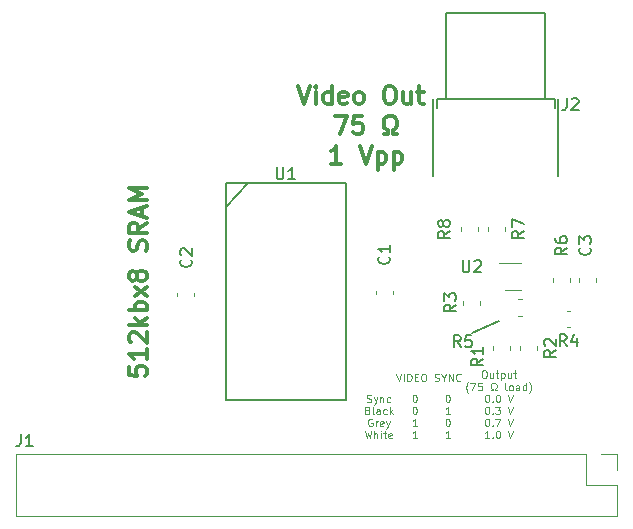
<source format=gbr>
G04 #@! TF.GenerationSoftware,KiCad,Pcbnew,(5.0.0-rc2-dev-321-g78161b592)*
G04 #@! TF.CreationDate,2018-04-15T21:01:50-04:00*
G04 #@! TF.ProjectId,VideoDACRAM,566964656F44414352414D2E6B696361,rev?*
G04 #@! TF.SameCoordinates,Original*
G04 #@! TF.FileFunction,Legend,Top*
G04 #@! TF.FilePolarity,Positive*
%FSLAX46Y46*%
G04 Gerber Fmt 4.6, Leading zero omitted, Abs format (unit mm)*
G04 Created by KiCad (PCBNEW (5.0.0-rc2-dev-321-g78161b592)) date 04/15/18 21:01:50*
%MOMM*%
%LPD*%
G01*
G04 APERTURE LIST*
%ADD10C,0.200000*%
%ADD11C,0.101600*%
%ADD12C,0.300000*%
%ADD13C,0.150000*%
%ADD14C,0.120000*%
G04 APERTURE END LIST*
D10*
X127508000Y-71882000D02*
X129794000Y-70866000D01*
D11*
X125445761Y-79154261D02*
X125506238Y-79154261D01*
X125566714Y-79184500D01*
X125596952Y-79214738D01*
X125627190Y-79275214D01*
X125657428Y-79396166D01*
X125657428Y-79547357D01*
X125627190Y-79668309D01*
X125596952Y-79728785D01*
X125566714Y-79759023D01*
X125506238Y-79789261D01*
X125445761Y-79789261D01*
X125385285Y-79759023D01*
X125355047Y-79728785D01*
X125324809Y-79668309D01*
X125294571Y-79547357D01*
X125294571Y-79396166D01*
X125324809Y-79275214D01*
X125355047Y-79214738D01*
X125385285Y-79184500D01*
X125445761Y-79154261D01*
X128796142Y-79154261D02*
X128856619Y-79154261D01*
X128917095Y-79184500D01*
X128947333Y-79214738D01*
X128977571Y-79275214D01*
X129007809Y-79396166D01*
X129007809Y-79547357D01*
X128977571Y-79668309D01*
X128947333Y-79728785D01*
X128917095Y-79759023D01*
X128856619Y-79789261D01*
X128796142Y-79789261D01*
X128735666Y-79759023D01*
X128705428Y-79728785D01*
X128675190Y-79668309D01*
X128644952Y-79547357D01*
X128644952Y-79396166D01*
X128675190Y-79275214D01*
X128705428Y-79214738D01*
X128735666Y-79184500D01*
X128796142Y-79154261D01*
X129279952Y-79728785D02*
X129310190Y-79759023D01*
X129279952Y-79789261D01*
X129249714Y-79759023D01*
X129279952Y-79728785D01*
X129279952Y-79789261D01*
X129521857Y-79154261D02*
X129945190Y-79154261D01*
X129673047Y-79789261D01*
X130580190Y-79154261D02*
X130791857Y-79789261D01*
X131003523Y-79154261D01*
X122863428Y-79789261D02*
X122500571Y-79789261D01*
X122682000Y-79789261D02*
X122682000Y-79154261D01*
X122621523Y-79244976D01*
X122561047Y-79305452D01*
X122500571Y-79335690D01*
X122863428Y-80805261D02*
X122500571Y-80805261D01*
X122682000Y-80805261D02*
X122682000Y-80170261D01*
X122621523Y-80260976D01*
X122561047Y-80321452D01*
X122500571Y-80351690D01*
X118469833Y-80170261D02*
X118621023Y-80805261D01*
X118741976Y-80351690D01*
X118862928Y-80805261D01*
X119014119Y-80170261D01*
X119256023Y-80805261D02*
X119256023Y-80170261D01*
X119528166Y-80805261D02*
X119528166Y-80472642D01*
X119497928Y-80412166D01*
X119437452Y-80381928D01*
X119346738Y-80381928D01*
X119286261Y-80412166D01*
X119256023Y-80442404D01*
X119830547Y-80805261D02*
X119830547Y-80381928D01*
X119830547Y-80170261D02*
X119800309Y-80200500D01*
X119830547Y-80230738D01*
X119860785Y-80200500D01*
X119830547Y-80170261D01*
X119830547Y-80230738D01*
X120042214Y-80381928D02*
X120284119Y-80381928D01*
X120132928Y-80170261D02*
X120132928Y-80714547D01*
X120163166Y-80775023D01*
X120223642Y-80805261D01*
X120284119Y-80805261D01*
X120737690Y-80775023D02*
X120677214Y-80805261D01*
X120556261Y-80805261D01*
X120495785Y-80775023D01*
X120465547Y-80714547D01*
X120465547Y-80472642D01*
X120495785Y-80412166D01*
X120556261Y-80381928D01*
X120677214Y-80381928D01*
X120737690Y-80412166D01*
X120767928Y-80472642D01*
X120767928Y-80533119D01*
X120465547Y-80593595D01*
X119089714Y-79184500D02*
X119029238Y-79154261D01*
X118938523Y-79154261D01*
X118847809Y-79184500D01*
X118787333Y-79244976D01*
X118757095Y-79305452D01*
X118726857Y-79426404D01*
X118726857Y-79517119D01*
X118757095Y-79638071D01*
X118787333Y-79698547D01*
X118847809Y-79759023D01*
X118938523Y-79789261D01*
X118999000Y-79789261D01*
X119089714Y-79759023D01*
X119119952Y-79728785D01*
X119119952Y-79517119D01*
X118999000Y-79517119D01*
X119392095Y-79789261D02*
X119392095Y-79365928D01*
X119392095Y-79486880D02*
X119422333Y-79426404D01*
X119452571Y-79396166D01*
X119513047Y-79365928D01*
X119573523Y-79365928D01*
X120027095Y-79759023D02*
X119966619Y-79789261D01*
X119845666Y-79789261D01*
X119785190Y-79759023D01*
X119754952Y-79698547D01*
X119754952Y-79456642D01*
X119785190Y-79396166D01*
X119845666Y-79365928D01*
X119966619Y-79365928D01*
X120027095Y-79396166D01*
X120057333Y-79456642D01*
X120057333Y-79517119D01*
X119754952Y-79577595D01*
X120269000Y-79365928D02*
X120420190Y-79789261D01*
X120571380Y-79365928D02*
X120420190Y-79789261D01*
X120359714Y-79940452D01*
X120329476Y-79970690D01*
X120269000Y-80000928D01*
X125657428Y-80805261D02*
X125294571Y-80805261D01*
X125476000Y-80805261D02*
X125476000Y-80170261D01*
X125415523Y-80260976D01*
X125355047Y-80321452D01*
X125294571Y-80351690D01*
X129007809Y-80805261D02*
X128644952Y-80805261D01*
X128826380Y-80805261D02*
X128826380Y-80170261D01*
X128765904Y-80260976D01*
X128705428Y-80321452D01*
X128644952Y-80351690D01*
X129279952Y-80744785D02*
X129310190Y-80775023D01*
X129279952Y-80805261D01*
X129249714Y-80775023D01*
X129279952Y-80744785D01*
X129279952Y-80805261D01*
X129703285Y-80170261D02*
X129763761Y-80170261D01*
X129824238Y-80200500D01*
X129854476Y-80230738D01*
X129884714Y-80291214D01*
X129914952Y-80412166D01*
X129914952Y-80563357D01*
X129884714Y-80684309D01*
X129854476Y-80744785D01*
X129824238Y-80775023D01*
X129763761Y-80805261D01*
X129703285Y-80805261D01*
X129642809Y-80775023D01*
X129612571Y-80744785D01*
X129582333Y-80684309D01*
X129552095Y-80563357D01*
X129552095Y-80412166D01*
X129582333Y-80291214D01*
X129612571Y-80230738D01*
X129642809Y-80200500D01*
X129703285Y-80170261D01*
X130580190Y-80170261D02*
X130791857Y-80805261D01*
X131003523Y-80170261D01*
X125657428Y-78773261D02*
X125294571Y-78773261D01*
X125476000Y-78773261D02*
X125476000Y-78138261D01*
X125415523Y-78228976D01*
X125355047Y-78289452D01*
X125294571Y-78319690D01*
X128796142Y-78138261D02*
X128856619Y-78138261D01*
X128917095Y-78168500D01*
X128947333Y-78198738D01*
X128977571Y-78259214D01*
X129007809Y-78380166D01*
X129007809Y-78531357D01*
X128977571Y-78652309D01*
X128947333Y-78712785D01*
X128917095Y-78743023D01*
X128856619Y-78773261D01*
X128796142Y-78773261D01*
X128735666Y-78743023D01*
X128705428Y-78712785D01*
X128675190Y-78652309D01*
X128644952Y-78531357D01*
X128644952Y-78380166D01*
X128675190Y-78259214D01*
X128705428Y-78198738D01*
X128735666Y-78168500D01*
X128796142Y-78138261D01*
X129279952Y-78712785D02*
X129310190Y-78743023D01*
X129279952Y-78773261D01*
X129249714Y-78743023D01*
X129279952Y-78712785D01*
X129279952Y-78773261D01*
X129521857Y-78138261D02*
X129914952Y-78138261D01*
X129703285Y-78380166D01*
X129794000Y-78380166D01*
X129854476Y-78410404D01*
X129884714Y-78440642D01*
X129914952Y-78501119D01*
X129914952Y-78652309D01*
X129884714Y-78712785D01*
X129854476Y-78743023D01*
X129794000Y-78773261D01*
X129612571Y-78773261D01*
X129552095Y-78743023D01*
X129521857Y-78712785D01*
X130580190Y-78138261D02*
X130791857Y-78773261D01*
X131003523Y-78138261D01*
X122651761Y-78138261D02*
X122712238Y-78138261D01*
X122772714Y-78168500D01*
X122802952Y-78198738D01*
X122833190Y-78259214D01*
X122863428Y-78380166D01*
X122863428Y-78531357D01*
X122833190Y-78652309D01*
X122802952Y-78712785D01*
X122772714Y-78743023D01*
X122712238Y-78773261D01*
X122651761Y-78773261D01*
X122591285Y-78743023D01*
X122561047Y-78712785D01*
X122530809Y-78652309D01*
X122500571Y-78531357D01*
X122500571Y-78380166D01*
X122530809Y-78259214D01*
X122561047Y-78198738D01*
X122591285Y-78168500D01*
X122651761Y-78138261D01*
X118696619Y-78440642D02*
X118787333Y-78470880D01*
X118817571Y-78501119D01*
X118847809Y-78561595D01*
X118847809Y-78652309D01*
X118817571Y-78712785D01*
X118787333Y-78743023D01*
X118726857Y-78773261D01*
X118484952Y-78773261D01*
X118484952Y-78138261D01*
X118696619Y-78138261D01*
X118757095Y-78168500D01*
X118787333Y-78198738D01*
X118817571Y-78259214D01*
X118817571Y-78319690D01*
X118787333Y-78380166D01*
X118757095Y-78410404D01*
X118696619Y-78440642D01*
X118484952Y-78440642D01*
X119210666Y-78773261D02*
X119150190Y-78743023D01*
X119119952Y-78682547D01*
X119119952Y-78138261D01*
X119724714Y-78773261D02*
X119724714Y-78440642D01*
X119694476Y-78380166D01*
X119634000Y-78349928D01*
X119513047Y-78349928D01*
X119452571Y-78380166D01*
X119724714Y-78743023D02*
X119664238Y-78773261D01*
X119513047Y-78773261D01*
X119452571Y-78743023D01*
X119422333Y-78682547D01*
X119422333Y-78622071D01*
X119452571Y-78561595D01*
X119513047Y-78531357D01*
X119664238Y-78531357D01*
X119724714Y-78501119D01*
X120299238Y-78743023D02*
X120238761Y-78773261D01*
X120117809Y-78773261D01*
X120057333Y-78743023D01*
X120027095Y-78712785D01*
X119996857Y-78652309D01*
X119996857Y-78470880D01*
X120027095Y-78410404D01*
X120057333Y-78380166D01*
X120117809Y-78349928D01*
X120238761Y-78349928D01*
X120299238Y-78380166D01*
X120571380Y-78773261D02*
X120571380Y-78138261D01*
X120631857Y-78531357D02*
X120813285Y-78773261D01*
X120813285Y-78349928D02*
X120571380Y-78591833D01*
X128796142Y-77122261D02*
X128856619Y-77122261D01*
X128917095Y-77152500D01*
X128947333Y-77182738D01*
X128977571Y-77243214D01*
X129007809Y-77364166D01*
X129007809Y-77515357D01*
X128977571Y-77636309D01*
X128947333Y-77696785D01*
X128917095Y-77727023D01*
X128856619Y-77757261D01*
X128796142Y-77757261D01*
X128735666Y-77727023D01*
X128705428Y-77696785D01*
X128675190Y-77636309D01*
X128644952Y-77515357D01*
X128644952Y-77364166D01*
X128675190Y-77243214D01*
X128705428Y-77182738D01*
X128735666Y-77152500D01*
X128796142Y-77122261D01*
X129279952Y-77696785D02*
X129310190Y-77727023D01*
X129279952Y-77757261D01*
X129249714Y-77727023D01*
X129279952Y-77696785D01*
X129279952Y-77757261D01*
X129703285Y-77122261D02*
X129763761Y-77122261D01*
X129824238Y-77152500D01*
X129854476Y-77182738D01*
X129884714Y-77243214D01*
X129914952Y-77364166D01*
X129914952Y-77515357D01*
X129884714Y-77636309D01*
X129854476Y-77696785D01*
X129824238Y-77727023D01*
X129763761Y-77757261D01*
X129703285Y-77757261D01*
X129642809Y-77727023D01*
X129612571Y-77696785D01*
X129582333Y-77636309D01*
X129552095Y-77515357D01*
X129552095Y-77364166D01*
X129582333Y-77243214D01*
X129612571Y-77182738D01*
X129642809Y-77152500D01*
X129703285Y-77122261D01*
X130580190Y-77122261D02*
X130791857Y-77757261D01*
X131003523Y-77122261D01*
X125445761Y-77122261D02*
X125506238Y-77122261D01*
X125566714Y-77152500D01*
X125596952Y-77182738D01*
X125627190Y-77243214D01*
X125657428Y-77364166D01*
X125657428Y-77515357D01*
X125627190Y-77636309D01*
X125596952Y-77696785D01*
X125566714Y-77727023D01*
X125506238Y-77757261D01*
X125445761Y-77757261D01*
X125385285Y-77727023D01*
X125355047Y-77696785D01*
X125324809Y-77636309D01*
X125294571Y-77515357D01*
X125294571Y-77364166D01*
X125324809Y-77243214D01*
X125355047Y-77182738D01*
X125385285Y-77152500D01*
X125445761Y-77122261D01*
X122651761Y-77122261D02*
X122712238Y-77122261D01*
X122772714Y-77152500D01*
X122802952Y-77182738D01*
X122833190Y-77243214D01*
X122863428Y-77364166D01*
X122863428Y-77515357D01*
X122833190Y-77636309D01*
X122802952Y-77696785D01*
X122772714Y-77727023D01*
X122712238Y-77757261D01*
X122651761Y-77757261D01*
X122591285Y-77727023D01*
X122561047Y-77696785D01*
X122530809Y-77636309D01*
X122500571Y-77515357D01*
X122500571Y-77364166D01*
X122530809Y-77243214D01*
X122561047Y-77182738D01*
X122591285Y-77152500D01*
X122651761Y-77122261D01*
X118651261Y-77727023D02*
X118741976Y-77757261D01*
X118893166Y-77757261D01*
X118953642Y-77727023D01*
X118983880Y-77696785D01*
X119014119Y-77636309D01*
X119014119Y-77575833D01*
X118983880Y-77515357D01*
X118953642Y-77485119D01*
X118893166Y-77454880D01*
X118772214Y-77424642D01*
X118711738Y-77394404D01*
X118681500Y-77364166D01*
X118651261Y-77303690D01*
X118651261Y-77243214D01*
X118681500Y-77182738D01*
X118711738Y-77152500D01*
X118772214Y-77122261D01*
X118923404Y-77122261D01*
X119014119Y-77152500D01*
X119225785Y-77333928D02*
X119376976Y-77757261D01*
X119528166Y-77333928D02*
X119376976Y-77757261D01*
X119316500Y-77908452D01*
X119286261Y-77938690D01*
X119225785Y-77968928D01*
X119770071Y-77333928D02*
X119770071Y-77757261D01*
X119770071Y-77394404D02*
X119800309Y-77364166D01*
X119860785Y-77333928D01*
X119951500Y-77333928D01*
X120011976Y-77364166D01*
X120042214Y-77424642D01*
X120042214Y-77757261D01*
X120616738Y-77727023D02*
X120556261Y-77757261D01*
X120435309Y-77757261D01*
X120374833Y-77727023D01*
X120344595Y-77696785D01*
X120314357Y-77636309D01*
X120314357Y-77454880D01*
X120344595Y-77394404D01*
X120374833Y-77364166D01*
X120435309Y-77333928D01*
X120556261Y-77333928D01*
X120616738Y-77364166D01*
X128508880Y-75071211D02*
X128629833Y-75071211D01*
X128690309Y-75101450D01*
X128750785Y-75161926D01*
X128781023Y-75282878D01*
X128781023Y-75494545D01*
X128750785Y-75615497D01*
X128690309Y-75675973D01*
X128629833Y-75706211D01*
X128508880Y-75706211D01*
X128448404Y-75675973D01*
X128387928Y-75615497D01*
X128357690Y-75494545D01*
X128357690Y-75282878D01*
X128387928Y-75161926D01*
X128448404Y-75101450D01*
X128508880Y-75071211D01*
X129325309Y-75282878D02*
X129325309Y-75706211D01*
X129053166Y-75282878D02*
X129053166Y-75615497D01*
X129083404Y-75675973D01*
X129143880Y-75706211D01*
X129234595Y-75706211D01*
X129295071Y-75675973D01*
X129325309Y-75645735D01*
X129536976Y-75282878D02*
X129778880Y-75282878D01*
X129627690Y-75071211D02*
X129627690Y-75615497D01*
X129657928Y-75675973D01*
X129718404Y-75706211D01*
X129778880Y-75706211D01*
X129990547Y-75282878D02*
X129990547Y-75917878D01*
X129990547Y-75313116D02*
X130051023Y-75282878D01*
X130171976Y-75282878D01*
X130232452Y-75313116D01*
X130262690Y-75343354D01*
X130292928Y-75403830D01*
X130292928Y-75585259D01*
X130262690Y-75645735D01*
X130232452Y-75675973D01*
X130171976Y-75706211D01*
X130051023Y-75706211D01*
X129990547Y-75675973D01*
X130837214Y-75282878D02*
X130837214Y-75706211D01*
X130565071Y-75282878D02*
X130565071Y-75615497D01*
X130595309Y-75675973D01*
X130655785Y-75706211D01*
X130746500Y-75706211D01*
X130806976Y-75675973D01*
X130837214Y-75645735D01*
X131048880Y-75282878D02*
X131290785Y-75282878D01*
X131139595Y-75071211D02*
X131139595Y-75615497D01*
X131169833Y-75675973D01*
X131230309Y-75706211D01*
X131290785Y-75706211D01*
X127223761Y-77002216D02*
X127193523Y-76971978D01*
X127133047Y-76881264D01*
X127102809Y-76820788D01*
X127072571Y-76730073D01*
X127042333Y-76578883D01*
X127042333Y-76457930D01*
X127072571Y-76306740D01*
X127102809Y-76216026D01*
X127133047Y-76155550D01*
X127193523Y-76064835D01*
X127223761Y-76034597D01*
X127405190Y-76125311D02*
X127828523Y-76125311D01*
X127556380Y-76760311D01*
X128372809Y-76125311D02*
X128070428Y-76125311D01*
X128040190Y-76427692D01*
X128070428Y-76397454D01*
X128130904Y-76367216D01*
X128282095Y-76367216D01*
X128342571Y-76397454D01*
X128372809Y-76427692D01*
X128403047Y-76488169D01*
X128403047Y-76639359D01*
X128372809Y-76699835D01*
X128342571Y-76730073D01*
X128282095Y-76760311D01*
X128130904Y-76760311D01*
X128070428Y-76730073D01*
X128040190Y-76699835D01*
X129128761Y-76760311D02*
X129279952Y-76760311D01*
X129279952Y-76639359D01*
X129219476Y-76609121D01*
X129159000Y-76548645D01*
X129128761Y-76457930D01*
X129128761Y-76306740D01*
X129159000Y-76216026D01*
X129219476Y-76155550D01*
X129310190Y-76125311D01*
X129431142Y-76125311D01*
X129521857Y-76155550D01*
X129582333Y-76216026D01*
X129612571Y-76306740D01*
X129612571Y-76457930D01*
X129582333Y-76548645D01*
X129521857Y-76609121D01*
X129461380Y-76639359D01*
X129461380Y-76760311D01*
X129612571Y-76760311D01*
X130459238Y-76760311D02*
X130398761Y-76730073D01*
X130368523Y-76669597D01*
X130368523Y-76125311D01*
X130791857Y-76760311D02*
X130731380Y-76730073D01*
X130701142Y-76699835D01*
X130670904Y-76639359D01*
X130670904Y-76457930D01*
X130701142Y-76397454D01*
X130731380Y-76367216D01*
X130791857Y-76336978D01*
X130882571Y-76336978D01*
X130943047Y-76367216D01*
X130973285Y-76397454D01*
X131003523Y-76457930D01*
X131003523Y-76639359D01*
X130973285Y-76699835D01*
X130943047Y-76730073D01*
X130882571Y-76760311D01*
X130791857Y-76760311D01*
X131547809Y-76760311D02*
X131547809Y-76427692D01*
X131517571Y-76367216D01*
X131457095Y-76336978D01*
X131336142Y-76336978D01*
X131275666Y-76367216D01*
X131547809Y-76730073D02*
X131487333Y-76760311D01*
X131336142Y-76760311D01*
X131275666Y-76730073D01*
X131245428Y-76669597D01*
X131245428Y-76609121D01*
X131275666Y-76548645D01*
X131336142Y-76518407D01*
X131487333Y-76518407D01*
X131547809Y-76488169D01*
X132122333Y-76760311D02*
X132122333Y-76125311D01*
X132122333Y-76730073D02*
X132061857Y-76760311D01*
X131940904Y-76760311D01*
X131880428Y-76730073D01*
X131850190Y-76699835D01*
X131819952Y-76639359D01*
X131819952Y-76457930D01*
X131850190Y-76397454D01*
X131880428Y-76367216D01*
X131940904Y-76336978D01*
X132061857Y-76336978D01*
X132122333Y-76367216D01*
X132364238Y-77002216D02*
X132394476Y-76971978D01*
X132454952Y-76881264D01*
X132485190Y-76820788D01*
X132515428Y-76730073D01*
X132545666Y-76578883D01*
X132545666Y-76457930D01*
X132515428Y-76306740D01*
X132485190Y-76216026D01*
X132454952Y-76155550D01*
X132394476Y-76064835D01*
X132364238Y-76034597D01*
X124372309Y-75949023D02*
X124463023Y-75979261D01*
X124614214Y-75979261D01*
X124674690Y-75949023D01*
X124704928Y-75918785D01*
X124735166Y-75858309D01*
X124735166Y-75797833D01*
X124704928Y-75737357D01*
X124674690Y-75707119D01*
X124614214Y-75676880D01*
X124493261Y-75646642D01*
X124432785Y-75616404D01*
X124402547Y-75586166D01*
X124372309Y-75525690D01*
X124372309Y-75465214D01*
X124402547Y-75404738D01*
X124432785Y-75374500D01*
X124493261Y-75344261D01*
X124644452Y-75344261D01*
X124735166Y-75374500D01*
X125128261Y-75676880D02*
X125128261Y-75979261D01*
X124916595Y-75344261D02*
X125128261Y-75676880D01*
X125339928Y-75344261D01*
X125551595Y-75979261D02*
X125551595Y-75344261D01*
X125914452Y-75979261D01*
X125914452Y-75344261D01*
X126579690Y-75918785D02*
X126549452Y-75949023D01*
X126458738Y-75979261D01*
X126398261Y-75979261D01*
X126307547Y-75949023D01*
X126247071Y-75888547D01*
X126216833Y-75828071D01*
X126186595Y-75707119D01*
X126186595Y-75616404D01*
X126216833Y-75495452D01*
X126247071Y-75434976D01*
X126307547Y-75374500D01*
X126398261Y-75344261D01*
X126458738Y-75344261D01*
X126549452Y-75374500D01*
X126579690Y-75404738D01*
X121127761Y-75344261D02*
X121339428Y-75979261D01*
X121551095Y-75344261D01*
X121762761Y-75979261D02*
X121762761Y-75344261D01*
X122065142Y-75979261D02*
X122065142Y-75344261D01*
X122216333Y-75344261D01*
X122307047Y-75374500D01*
X122367523Y-75434976D01*
X122397761Y-75495452D01*
X122428000Y-75616404D01*
X122428000Y-75707119D01*
X122397761Y-75828071D01*
X122367523Y-75888547D01*
X122307047Y-75949023D01*
X122216333Y-75979261D01*
X122065142Y-75979261D01*
X122700142Y-75646642D02*
X122911809Y-75646642D01*
X123002523Y-75979261D02*
X122700142Y-75979261D01*
X122700142Y-75344261D01*
X123002523Y-75344261D01*
X123395619Y-75344261D02*
X123516571Y-75344261D01*
X123577047Y-75374500D01*
X123637523Y-75434976D01*
X123667761Y-75555928D01*
X123667761Y-75767595D01*
X123637523Y-75888547D01*
X123577047Y-75949023D01*
X123516571Y-75979261D01*
X123395619Y-75979261D01*
X123335142Y-75949023D01*
X123274666Y-75888547D01*
X123244428Y-75767595D01*
X123244428Y-75555928D01*
X123274666Y-75434976D01*
X123335142Y-75374500D01*
X123395619Y-75344261D01*
D12*
X115975142Y-53529571D02*
X116975142Y-53529571D01*
X116332285Y-55029571D01*
X118260857Y-53529571D02*
X117546571Y-53529571D01*
X117475142Y-54243857D01*
X117546571Y-54172428D01*
X117689428Y-54101000D01*
X118046571Y-54101000D01*
X118189428Y-54172428D01*
X118260857Y-54243857D01*
X118332285Y-54386714D01*
X118332285Y-54743857D01*
X118260857Y-54886714D01*
X118189428Y-54958142D01*
X118046571Y-55029571D01*
X117689428Y-55029571D01*
X117546571Y-54958142D01*
X117475142Y-54886714D01*
X120046571Y-55029571D02*
X120403714Y-55029571D01*
X120403714Y-54743857D01*
X120260857Y-54672428D01*
X120118000Y-54529571D01*
X120046571Y-54315285D01*
X120046571Y-53958142D01*
X120118000Y-53743857D01*
X120260857Y-53601000D01*
X120475142Y-53529571D01*
X120760857Y-53529571D01*
X120975142Y-53601000D01*
X121118000Y-53743857D01*
X121189428Y-53958142D01*
X121189428Y-54315285D01*
X121118000Y-54529571D01*
X120975142Y-54672428D01*
X120832285Y-54743857D01*
X120832285Y-55029571D01*
X121189428Y-55029571D01*
X116475142Y-57579571D02*
X115618000Y-57579571D01*
X116046571Y-57579571D02*
X116046571Y-56079571D01*
X115903714Y-56293857D01*
X115760857Y-56436714D01*
X115618000Y-56508142D01*
X118046571Y-56079571D02*
X118546571Y-57579571D01*
X119046571Y-56079571D01*
X119546571Y-56579571D02*
X119546571Y-58079571D01*
X119546571Y-56651000D02*
X119689428Y-56579571D01*
X119975142Y-56579571D01*
X120118000Y-56651000D01*
X120189428Y-56722428D01*
X120260857Y-56865285D01*
X120260857Y-57293857D01*
X120189428Y-57436714D01*
X120118000Y-57508142D01*
X119975142Y-57579571D01*
X119689428Y-57579571D01*
X119546571Y-57508142D01*
X120903714Y-56579571D02*
X120903714Y-58079571D01*
X120903714Y-56651000D02*
X121046571Y-56579571D01*
X121332285Y-56579571D01*
X121475142Y-56651000D01*
X121546571Y-56722428D01*
X121618000Y-56865285D01*
X121618000Y-57293857D01*
X121546571Y-57436714D01*
X121475142Y-57508142D01*
X121332285Y-57579571D01*
X121046571Y-57579571D01*
X120903714Y-57508142D01*
X112788571Y-50994571D02*
X113288571Y-52494571D01*
X113788571Y-50994571D01*
X114288571Y-52494571D02*
X114288571Y-51494571D01*
X114288571Y-50994571D02*
X114217142Y-51066000D01*
X114288571Y-51137428D01*
X114360000Y-51066000D01*
X114288571Y-50994571D01*
X114288571Y-51137428D01*
X115645714Y-52494571D02*
X115645714Y-50994571D01*
X115645714Y-52423142D02*
X115502857Y-52494571D01*
X115217142Y-52494571D01*
X115074285Y-52423142D01*
X115002857Y-52351714D01*
X114931428Y-52208857D01*
X114931428Y-51780285D01*
X115002857Y-51637428D01*
X115074285Y-51566000D01*
X115217142Y-51494571D01*
X115502857Y-51494571D01*
X115645714Y-51566000D01*
X116931428Y-52423142D02*
X116788571Y-52494571D01*
X116502857Y-52494571D01*
X116360000Y-52423142D01*
X116288571Y-52280285D01*
X116288571Y-51708857D01*
X116360000Y-51566000D01*
X116502857Y-51494571D01*
X116788571Y-51494571D01*
X116931428Y-51566000D01*
X117002857Y-51708857D01*
X117002857Y-51851714D01*
X116288571Y-51994571D01*
X117860000Y-52494571D02*
X117717142Y-52423142D01*
X117645714Y-52351714D01*
X117574285Y-52208857D01*
X117574285Y-51780285D01*
X117645714Y-51637428D01*
X117717142Y-51566000D01*
X117860000Y-51494571D01*
X118074285Y-51494571D01*
X118217142Y-51566000D01*
X118288571Y-51637428D01*
X118360000Y-51780285D01*
X118360000Y-52208857D01*
X118288571Y-52351714D01*
X118217142Y-52423142D01*
X118074285Y-52494571D01*
X117860000Y-52494571D01*
X120431428Y-50994571D02*
X120717142Y-50994571D01*
X120860000Y-51066000D01*
X121002857Y-51208857D01*
X121074285Y-51494571D01*
X121074285Y-51994571D01*
X121002857Y-52280285D01*
X120860000Y-52423142D01*
X120717142Y-52494571D01*
X120431428Y-52494571D01*
X120288571Y-52423142D01*
X120145714Y-52280285D01*
X120074285Y-51994571D01*
X120074285Y-51494571D01*
X120145714Y-51208857D01*
X120288571Y-51066000D01*
X120431428Y-50994571D01*
X122360000Y-51494571D02*
X122360000Y-52494571D01*
X121717142Y-51494571D02*
X121717142Y-52280285D01*
X121788571Y-52423142D01*
X121931428Y-52494571D01*
X122145714Y-52494571D01*
X122288571Y-52423142D01*
X122360000Y-52351714D01*
X122860000Y-51494571D02*
X123431428Y-51494571D01*
X123074285Y-50994571D02*
X123074285Y-52280285D01*
X123145714Y-52423142D01*
X123288571Y-52494571D01*
X123431428Y-52494571D01*
X98492571Y-74778285D02*
X98492571Y-75492571D01*
X99206857Y-75564000D01*
X99135428Y-75492571D01*
X99064000Y-75349714D01*
X99064000Y-74992571D01*
X99135428Y-74849714D01*
X99206857Y-74778285D01*
X99349714Y-74706857D01*
X99706857Y-74706857D01*
X99849714Y-74778285D01*
X99921142Y-74849714D01*
X99992571Y-74992571D01*
X99992571Y-75349714D01*
X99921142Y-75492571D01*
X99849714Y-75564000D01*
X99992571Y-73278285D02*
X99992571Y-74135428D01*
X99992571Y-73706857D02*
X98492571Y-73706857D01*
X98706857Y-73849714D01*
X98849714Y-73992571D01*
X98921142Y-74135428D01*
X98635428Y-72706857D02*
X98564000Y-72635428D01*
X98492571Y-72492571D01*
X98492571Y-72135428D01*
X98564000Y-71992571D01*
X98635428Y-71921142D01*
X98778285Y-71849714D01*
X98921142Y-71849714D01*
X99135428Y-71921142D01*
X99992571Y-72778285D01*
X99992571Y-71849714D01*
X99992571Y-71206857D02*
X98492571Y-71206857D01*
X99421142Y-71064000D02*
X99992571Y-70635428D01*
X98992571Y-70635428D02*
X99564000Y-71206857D01*
X99992571Y-69992571D02*
X98492571Y-69992571D01*
X99064000Y-69992571D02*
X98992571Y-69849714D01*
X98992571Y-69564000D01*
X99064000Y-69421142D01*
X99135428Y-69349714D01*
X99278285Y-69278285D01*
X99706857Y-69278285D01*
X99849714Y-69349714D01*
X99921142Y-69421142D01*
X99992571Y-69564000D01*
X99992571Y-69849714D01*
X99921142Y-69992571D01*
X99992571Y-68778285D02*
X98992571Y-67992571D01*
X98992571Y-68778285D02*
X99992571Y-67992571D01*
X99135428Y-67206857D02*
X99064000Y-67349714D01*
X98992571Y-67421142D01*
X98849714Y-67492571D01*
X98778285Y-67492571D01*
X98635428Y-67421142D01*
X98564000Y-67349714D01*
X98492571Y-67206857D01*
X98492571Y-66921142D01*
X98564000Y-66778285D01*
X98635428Y-66706857D01*
X98778285Y-66635428D01*
X98849714Y-66635428D01*
X98992571Y-66706857D01*
X99064000Y-66778285D01*
X99135428Y-66921142D01*
X99135428Y-67206857D01*
X99206857Y-67349714D01*
X99278285Y-67421142D01*
X99421142Y-67492571D01*
X99706857Y-67492571D01*
X99849714Y-67421142D01*
X99921142Y-67349714D01*
X99992571Y-67206857D01*
X99992571Y-66921142D01*
X99921142Y-66778285D01*
X99849714Y-66706857D01*
X99706857Y-66635428D01*
X99421142Y-66635428D01*
X99278285Y-66706857D01*
X99206857Y-66778285D01*
X99135428Y-66921142D01*
X99921142Y-64921142D02*
X99992571Y-64706857D01*
X99992571Y-64349714D01*
X99921142Y-64206857D01*
X99849714Y-64135428D01*
X99706857Y-64064000D01*
X99564000Y-64064000D01*
X99421142Y-64135428D01*
X99349714Y-64206857D01*
X99278285Y-64349714D01*
X99206857Y-64635428D01*
X99135428Y-64778285D01*
X99064000Y-64849714D01*
X98921142Y-64921142D01*
X98778285Y-64921142D01*
X98635428Y-64849714D01*
X98564000Y-64778285D01*
X98492571Y-64635428D01*
X98492571Y-64278285D01*
X98564000Y-64064000D01*
X99992571Y-62564000D02*
X99278285Y-63064000D01*
X99992571Y-63421142D02*
X98492571Y-63421142D01*
X98492571Y-62849714D01*
X98564000Y-62706857D01*
X98635428Y-62635428D01*
X98778285Y-62564000D01*
X98992571Y-62564000D01*
X99135428Y-62635428D01*
X99206857Y-62706857D01*
X99278285Y-62849714D01*
X99278285Y-63421142D01*
X99564000Y-61992571D02*
X99564000Y-61278285D01*
X99992571Y-62135428D02*
X98492571Y-61635428D01*
X99992571Y-61135428D01*
X99992571Y-60635428D02*
X98492571Y-60635428D01*
X99564000Y-60135428D01*
X98492571Y-59635428D01*
X99992571Y-59635428D01*
D13*
X124240000Y-52132000D02*
X124240000Y-58632000D01*
X134840000Y-52132000D02*
X134840000Y-58632000D01*
X133740000Y-44832000D02*
X133740000Y-52132000D01*
X125340000Y-44832000D02*
X133740000Y-44832000D01*
X125340000Y-52132000D02*
X125340000Y-44832000D01*
X124540000Y-52132000D02*
X124540000Y-52832000D01*
X134540000Y-52132000D02*
X124540000Y-52132000D01*
X134540000Y-52832000D02*
X134540000Y-52132000D01*
D14*
X104010000Y-68492500D02*
X104010000Y-68792500D01*
X102590000Y-68492500D02*
X102590000Y-68792500D01*
D13*
X106700000Y-59200000D02*
X106700000Y-77600000D01*
X106700000Y-77600000D02*
X116900000Y-77600000D01*
X116900000Y-77600000D02*
X116900000Y-59200000D01*
X116900000Y-59200000D02*
X106700000Y-59200000D01*
X108600000Y-59200000D02*
X106700000Y-61200000D01*
D14*
X130758000Y-73028500D02*
X130758000Y-73328500D01*
X129338000Y-73028500D02*
X129338000Y-73328500D01*
X131624000Y-73028500D02*
X131624000Y-73328500D01*
X133044000Y-73028500D02*
X133044000Y-73328500D01*
X135824000Y-67270000D02*
X135824000Y-67570000D01*
X134404000Y-67270000D02*
X134404000Y-67570000D01*
X119390000Y-68637500D02*
X119390000Y-68337500D01*
X120810000Y-68637500D02*
X120810000Y-68337500D01*
X88910000Y-82170000D02*
X88910000Y-87370000D01*
X137230000Y-82170000D02*
X88910000Y-82170000D01*
X139830000Y-87370000D02*
X88910000Y-87370000D01*
X137230000Y-82170000D02*
X137230000Y-84770000D01*
X137230000Y-84770000D02*
X139830000Y-84770000D01*
X139830000Y-84770000D02*
X139830000Y-87370000D01*
X138500000Y-82170000D02*
X139830000Y-82170000D01*
X139830000Y-82170000D02*
X139830000Y-83500000D01*
X128218000Y-69492000D02*
X128218000Y-69192000D01*
X126798000Y-69492000D02*
X126798000Y-69192000D01*
X135864000Y-70010000D02*
X135564000Y-70010000D01*
X135864000Y-71430000D02*
X135564000Y-71430000D01*
X131464000Y-69010000D02*
X131764000Y-69010000D01*
X131464000Y-70430000D02*
X131764000Y-70430000D01*
X136604000Y-67570000D02*
X136604000Y-67270000D01*
X138024000Y-67570000D02*
X138024000Y-67270000D01*
X128904000Y-62970000D02*
X128904000Y-63270000D01*
X130324000Y-62970000D02*
X130324000Y-63270000D01*
X128024000Y-62970000D02*
X128024000Y-63270000D01*
X126604000Y-62970000D02*
X126604000Y-63270000D01*
X131714000Y-65960000D02*
X129814000Y-65960000D01*
X130314000Y-68280000D02*
X131714000Y-68280000D01*
D13*
X135556666Y-52030380D02*
X135556666Y-52744666D01*
X135509047Y-52887523D01*
X135413809Y-52982761D01*
X135270952Y-53030380D01*
X135175714Y-53030380D01*
X135985238Y-52125619D02*
X136032857Y-52078000D01*
X136128095Y-52030380D01*
X136366190Y-52030380D01*
X136461428Y-52078000D01*
X136509047Y-52125619D01*
X136556666Y-52220857D01*
X136556666Y-52316095D01*
X136509047Y-52458952D01*
X135937619Y-53030380D01*
X136556666Y-53030380D01*
X103735142Y-65698666D02*
X103782761Y-65746285D01*
X103830380Y-65889142D01*
X103830380Y-65984380D01*
X103782761Y-66127238D01*
X103687523Y-66222476D01*
X103592285Y-66270095D01*
X103401809Y-66317714D01*
X103258952Y-66317714D01*
X103068476Y-66270095D01*
X102973238Y-66222476D01*
X102878000Y-66127238D01*
X102830380Y-65984380D01*
X102830380Y-65889142D01*
X102878000Y-65746285D01*
X102925619Y-65698666D01*
X102925619Y-65317714D02*
X102878000Y-65270095D01*
X102830380Y-65174857D01*
X102830380Y-64936761D01*
X102878000Y-64841523D01*
X102925619Y-64793904D01*
X103020857Y-64746285D01*
X103116095Y-64746285D01*
X103258952Y-64793904D01*
X103830380Y-65365333D01*
X103830380Y-64746285D01*
X110998095Y-57872380D02*
X110998095Y-58681904D01*
X111045714Y-58777142D01*
X111093333Y-58824761D01*
X111188571Y-58872380D01*
X111379047Y-58872380D01*
X111474285Y-58824761D01*
X111521904Y-58777142D01*
X111569523Y-58681904D01*
X111569523Y-57872380D01*
X112569523Y-58872380D02*
X111998095Y-58872380D01*
X112283809Y-58872380D02*
X112283809Y-57872380D01*
X112188571Y-58015238D01*
X112093333Y-58110476D01*
X111998095Y-58158095D01*
X128468380Y-74080666D02*
X127992190Y-74414000D01*
X128468380Y-74652095D02*
X127468380Y-74652095D01*
X127468380Y-74271142D01*
X127516000Y-74175904D01*
X127563619Y-74128285D01*
X127658857Y-74080666D01*
X127801714Y-74080666D01*
X127896952Y-74128285D01*
X127944571Y-74175904D01*
X127992190Y-74271142D01*
X127992190Y-74652095D01*
X128468380Y-73128285D02*
X128468380Y-73699714D01*
X128468380Y-73414000D02*
X127468380Y-73414000D01*
X127611238Y-73509238D01*
X127706476Y-73604476D01*
X127754095Y-73699714D01*
X134636380Y-73345166D02*
X134160190Y-73678500D01*
X134636380Y-73916595D02*
X133636380Y-73916595D01*
X133636380Y-73535642D01*
X133684000Y-73440404D01*
X133731619Y-73392785D01*
X133826857Y-73345166D01*
X133969714Y-73345166D01*
X134064952Y-73392785D01*
X134112571Y-73440404D01*
X134160190Y-73535642D01*
X134160190Y-73916595D01*
X133731619Y-72964214D02*
X133684000Y-72916595D01*
X133636380Y-72821357D01*
X133636380Y-72583261D01*
X133684000Y-72488023D01*
X133731619Y-72440404D01*
X133826857Y-72392785D01*
X133922095Y-72392785D01*
X134064952Y-72440404D01*
X134636380Y-73011833D01*
X134636380Y-72392785D01*
X137517142Y-64682666D02*
X137564761Y-64730285D01*
X137612380Y-64873142D01*
X137612380Y-64968380D01*
X137564761Y-65111238D01*
X137469523Y-65206476D01*
X137374285Y-65254095D01*
X137183809Y-65301714D01*
X137040952Y-65301714D01*
X136850476Y-65254095D01*
X136755238Y-65206476D01*
X136660000Y-65111238D01*
X136612380Y-64968380D01*
X136612380Y-64873142D01*
X136660000Y-64730285D01*
X136707619Y-64682666D01*
X136612380Y-64349333D02*
X136612380Y-63730285D01*
X136993333Y-64063619D01*
X136993333Y-63920761D01*
X137040952Y-63825523D01*
X137088571Y-63777904D01*
X137183809Y-63730285D01*
X137421904Y-63730285D01*
X137517142Y-63777904D01*
X137564761Y-63825523D01*
X137612380Y-63920761D01*
X137612380Y-64206476D01*
X137564761Y-64301714D01*
X137517142Y-64349333D01*
X120499142Y-65444666D02*
X120546761Y-65492285D01*
X120594380Y-65635142D01*
X120594380Y-65730380D01*
X120546761Y-65873238D01*
X120451523Y-65968476D01*
X120356285Y-66016095D01*
X120165809Y-66063714D01*
X120022952Y-66063714D01*
X119832476Y-66016095D01*
X119737238Y-65968476D01*
X119642000Y-65873238D01*
X119594380Y-65730380D01*
X119594380Y-65635142D01*
X119642000Y-65492285D01*
X119689619Y-65444666D01*
X120594380Y-64492285D02*
X120594380Y-65063714D01*
X120594380Y-64778000D02*
X119594380Y-64778000D01*
X119737238Y-64873238D01*
X119832476Y-64968476D01*
X119880095Y-65063714D01*
X89328666Y-80478380D02*
X89328666Y-81192666D01*
X89281047Y-81335523D01*
X89185809Y-81430761D01*
X89042952Y-81478380D01*
X88947714Y-81478380D01*
X90328666Y-81478380D02*
X89757238Y-81478380D01*
X90042952Y-81478380D02*
X90042952Y-80478380D01*
X89947714Y-80621238D01*
X89852476Y-80716476D01*
X89757238Y-80764095D01*
X126182380Y-69508666D02*
X125706190Y-69842000D01*
X126182380Y-70080095D02*
X125182380Y-70080095D01*
X125182380Y-69699142D01*
X125230000Y-69603904D01*
X125277619Y-69556285D01*
X125372857Y-69508666D01*
X125515714Y-69508666D01*
X125610952Y-69556285D01*
X125658571Y-69603904D01*
X125706190Y-69699142D01*
X125706190Y-70080095D01*
X125182380Y-69175333D02*
X125182380Y-68556285D01*
X125563333Y-68889619D01*
X125563333Y-68746761D01*
X125610952Y-68651523D01*
X125658571Y-68603904D01*
X125753809Y-68556285D01*
X125991904Y-68556285D01*
X126087142Y-68603904D01*
X126134761Y-68651523D01*
X126182380Y-68746761D01*
X126182380Y-69032476D01*
X126134761Y-69127714D01*
X126087142Y-69175333D01*
X135547333Y-73022380D02*
X135214000Y-72546190D01*
X134975904Y-73022380D02*
X134975904Y-72022380D01*
X135356857Y-72022380D01*
X135452095Y-72070000D01*
X135499714Y-72117619D01*
X135547333Y-72212857D01*
X135547333Y-72355714D01*
X135499714Y-72450952D01*
X135452095Y-72498571D01*
X135356857Y-72546190D01*
X134975904Y-72546190D01*
X136404476Y-72355714D02*
X136404476Y-73022380D01*
X136166380Y-71974761D02*
X135928285Y-72689047D01*
X136547333Y-72689047D01*
X126579333Y-73096380D02*
X126246000Y-72620190D01*
X126007904Y-73096380D02*
X126007904Y-72096380D01*
X126388857Y-72096380D01*
X126484095Y-72144000D01*
X126531714Y-72191619D01*
X126579333Y-72286857D01*
X126579333Y-72429714D01*
X126531714Y-72524952D01*
X126484095Y-72572571D01*
X126388857Y-72620190D01*
X126007904Y-72620190D01*
X127484095Y-72096380D02*
X127007904Y-72096380D01*
X126960285Y-72572571D01*
X127007904Y-72524952D01*
X127103142Y-72477333D01*
X127341238Y-72477333D01*
X127436476Y-72524952D01*
X127484095Y-72572571D01*
X127531714Y-72667809D01*
X127531714Y-72905904D01*
X127484095Y-73001142D01*
X127436476Y-73048761D01*
X127341238Y-73096380D01*
X127103142Y-73096380D01*
X127007904Y-73048761D01*
X126960285Y-73001142D01*
X135580380Y-64682666D02*
X135104190Y-65016000D01*
X135580380Y-65254095D02*
X134580380Y-65254095D01*
X134580380Y-64873142D01*
X134628000Y-64777904D01*
X134675619Y-64730285D01*
X134770857Y-64682666D01*
X134913714Y-64682666D01*
X135008952Y-64730285D01*
X135056571Y-64777904D01*
X135104190Y-64873142D01*
X135104190Y-65254095D01*
X134580380Y-63825523D02*
X134580380Y-64016000D01*
X134628000Y-64111238D01*
X134675619Y-64158857D01*
X134818476Y-64254095D01*
X135008952Y-64301714D01*
X135389904Y-64301714D01*
X135485142Y-64254095D01*
X135532761Y-64206476D01*
X135580380Y-64111238D01*
X135580380Y-63920761D01*
X135532761Y-63825523D01*
X135485142Y-63777904D01*
X135389904Y-63730285D01*
X135151809Y-63730285D01*
X135056571Y-63777904D01*
X135008952Y-63825523D01*
X134961333Y-63920761D01*
X134961333Y-64111238D01*
X135008952Y-64206476D01*
X135056571Y-64254095D01*
X135151809Y-64301714D01*
X131916380Y-63286666D02*
X131440190Y-63620000D01*
X131916380Y-63858095D02*
X130916380Y-63858095D01*
X130916380Y-63477142D01*
X130964000Y-63381904D01*
X131011619Y-63334285D01*
X131106857Y-63286666D01*
X131249714Y-63286666D01*
X131344952Y-63334285D01*
X131392571Y-63381904D01*
X131440190Y-63477142D01*
X131440190Y-63858095D01*
X130916380Y-62953333D02*
X130916380Y-62286666D01*
X131916380Y-62715238D01*
X125674380Y-63286666D02*
X125198190Y-63620000D01*
X125674380Y-63858095D02*
X124674380Y-63858095D01*
X124674380Y-63477142D01*
X124722000Y-63381904D01*
X124769619Y-63334285D01*
X124864857Y-63286666D01*
X125007714Y-63286666D01*
X125102952Y-63334285D01*
X125150571Y-63381904D01*
X125198190Y-63477142D01*
X125198190Y-63858095D01*
X125102952Y-62715238D02*
X125055333Y-62810476D01*
X125007714Y-62858095D01*
X124912476Y-62905714D01*
X124864857Y-62905714D01*
X124769619Y-62858095D01*
X124722000Y-62810476D01*
X124674380Y-62715238D01*
X124674380Y-62524761D01*
X124722000Y-62429523D01*
X124769619Y-62381904D01*
X124864857Y-62334285D01*
X124912476Y-62334285D01*
X125007714Y-62381904D01*
X125055333Y-62429523D01*
X125102952Y-62524761D01*
X125102952Y-62715238D01*
X125150571Y-62810476D01*
X125198190Y-62858095D01*
X125293428Y-62905714D01*
X125483904Y-62905714D01*
X125579142Y-62858095D01*
X125626761Y-62810476D01*
X125674380Y-62715238D01*
X125674380Y-62524761D01*
X125626761Y-62429523D01*
X125579142Y-62381904D01*
X125483904Y-62334285D01*
X125293428Y-62334285D01*
X125198190Y-62381904D01*
X125150571Y-62429523D01*
X125102952Y-62524761D01*
X126746095Y-65746380D02*
X126746095Y-66555904D01*
X126793714Y-66651142D01*
X126841333Y-66698761D01*
X126936571Y-66746380D01*
X127127047Y-66746380D01*
X127222285Y-66698761D01*
X127269904Y-66651142D01*
X127317523Y-66555904D01*
X127317523Y-65746380D01*
X127746095Y-65841619D02*
X127793714Y-65794000D01*
X127888952Y-65746380D01*
X128127047Y-65746380D01*
X128222285Y-65794000D01*
X128269904Y-65841619D01*
X128317523Y-65936857D01*
X128317523Y-66032095D01*
X128269904Y-66174952D01*
X127698476Y-66746380D01*
X128317523Y-66746380D01*
M02*

</source>
